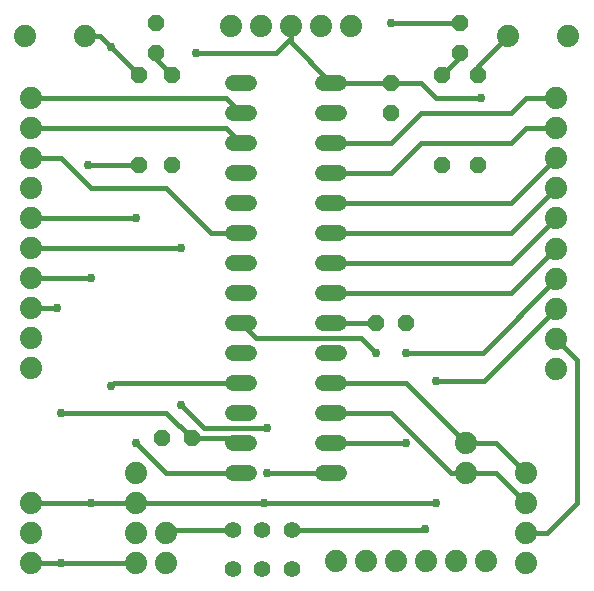
<source format=gbr>
G04 EAGLE Gerber RS-274X export*
G75*
%MOMM*%
%FSLAX34Y34*%
%LPD*%
%INTop Copper*%
%IPPOS*%
%AMOC8*
5,1,8,0,0,1.08239X$1,22.5*%
G01*
%ADD10P,1.429621X8X202.500000*%
%ADD11P,1.429621X8X22.500000*%
%ADD12P,1.429621X8X292.500000*%
%ADD13P,1.429621X8X112.500000*%
%ADD14C,1.320800*%
%ADD15C,1.879600*%
%ADD16C,1.408000*%
%ADD17C,0.406400*%
%ADD18C,0.756400*%


D10*
X161290Y130810D03*
X135890Y130810D03*
D11*
X317500Y228600D03*
X342900Y228600D03*
D12*
X330200Y431800D03*
X330200Y406400D03*
X388620Y482600D03*
X388620Y457200D03*
X130810Y482600D03*
X130810Y457200D03*
D13*
X373380Y361950D03*
X373380Y438150D03*
X144780Y361950D03*
X144780Y438150D03*
D12*
X403860Y438150D03*
X403860Y361950D03*
X116840Y438150D03*
X116840Y361950D03*
D14*
X196596Y431800D02*
X209804Y431800D01*
X209804Y406400D02*
X196596Y406400D01*
X196596Y381000D02*
X209804Y381000D01*
X209804Y355600D02*
X196596Y355600D01*
X196596Y330200D02*
X209804Y330200D01*
X209804Y304800D02*
X196596Y304800D01*
X196596Y279400D02*
X209804Y279400D01*
X209804Y254000D02*
X196596Y254000D01*
X196596Y228600D02*
X209804Y228600D01*
X209804Y203200D02*
X196596Y203200D01*
X196596Y177800D02*
X209804Y177800D01*
X209804Y152400D02*
X196596Y152400D01*
X196596Y127000D02*
X209804Y127000D01*
X209804Y101600D02*
X196596Y101600D01*
X272796Y101600D02*
X286004Y101600D01*
X286004Y127000D02*
X272796Y127000D01*
X272796Y152400D02*
X286004Y152400D01*
X286004Y177800D02*
X272796Y177800D01*
X272796Y203200D02*
X286004Y203200D01*
X286004Y228600D02*
X272796Y228600D01*
X272796Y254000D02*
X286004Y254000D01*
X286004Y279400D02*
X272796Y279400D01*
X272796Y304800D02*
X286004Y304800D01*
X286004Y330200D02*
X272796Y330200D01*
X272796Y355600D02*
X286004Y355600D01*
X286004Y381000D02*
X272796Y381000D01*
X272796Y406400D02*
X286004Y406400D01*
X286004Y431800D02*
X272796Y431800D01*
D15*
X393700Y127000D03*
X393700Y101600D03*
X469900Y419100D03*
X469900Y393700D03*
X469900Y368300D03*
X469900Y342900D03*
X469900Y317500D03*
X469900Y290830D03*
X469900Y265430D03*
X469900Y240030D03*
X469900Y214630D03*
X469900Y189230D03*
X25400Y292100D03*
X25400Y266700D03*
X25400Y241300D03*
X25400Y215900D03*
X25400Y190500D03*
X25400Y419100D03*
X25400Y393700D03*
X25400Y368300D03*
X25400Y342900D03*
X25400Y317500D03*
X25400Y76200D03*
X25400Y25400D03*
X25400Y50800D03*
X139700Y25400D03*
X139700Y50800D03*
D16*
X220980Y20330D03*
X195980Y20330D03*
X245980Y20330D03*
X246480Y53330D03*
X220980Y53330D03*
X195980Y53330D03*
D15*
X114300Y25400D03*
X114300Y50800D03*
X114300Y76200D03*
X114300Y101600D03*
X194310Y480060D03*
X219710Y480060D03*
X245110Y480060D03*
X270510Y480060D03*
X295910Y480060D03*
X410210Y26670D03*
X384810Y26670D03*
X359410Y26670D03*
X334010Y26670D03*
X308610Y26670D03*
X283210Y26670D03*
X429260Y471170D03*
X480060Y471170D03*
X71120Y471170D03*
X20320Y471170D03*
X444500Y25400D03*
X444500Y50800D03*
X444500Y76200D03*
X444500Y101600D03*
D17*
X142230Y53330D02*
X139700Y50800D01*
X142230Y53330D02*
X195980Y53330D01*
X50800Y25400D02*
X25400Y25400D01*
X50800Y25400D02*
X114300Y25400D01*
X330200Y482600D02*
X388620Y482600D01*
D18*
X330200Y482600D03*
D17*
X199390Y130810D02*
X203200Y127000D01*
X199390Y130810D02*
X161290Y130810D01*
D18*
X50800Y25400D03*
X46990Y241300D03*
D17*
X25400Y241300D01*
X279400Y431800D02*
X330200Y431800D01*
X139700Y152400D02*
X161290Y130810D01*
X139700Y152400D02*
X50800Y152400D01*
D18*
X50800Y152400D03*
D17*
X245110Y469900D02*
X245110Y480060D01*
X245110Y469900D02*
X245110Y466090D01*
X279400Y431800D01*
X245110Y469900D02*
X232410Y457200D01*
X165100Y457200D01*
X330200Y431800D02*
X355600Y431800D01*
X368300Y419100D01*
D18*
X406400Y419100D03*
D17*
X368300Y419100D01*
X469900Y214630D02*
X487808Y196722D01*
X487808Y76200D02*
X462408Y50800D01*
X444500Y50800D01*
X487808Y76200D02*
X487808Y196722D01*
D18*
X73660Y361950D03*
D17*
X116840Y361950D01*
D18*
X165100Y457200D03*
D17*
X468630Y215900D02*
X469900Y214630D01*
X359400Y53330D02*
X246480Y53330D01*
X359400Y53330D02*
X359410Y53340D01*
X358775Y53975D01*
D18*
X358775Y53975D03*
D17*
X114300Y76200D02*
X76200Y76200D01*
X114300Y76200D02*
X222250Y76200D01*
D18*
X222250Y76200D03*
D17*
X76200Y76200D02*
X25400Y76200D01*
D18*
X76200Y76200D03*
X76200Y266700D03*
D17*
X25400Y266700D01*
X222250Y76200D02*
X368300Y76200D01*
D18*
X368300Y76200D03*
X368300Y179070D03*
D17*
X408940Y179070D01*
X469900Y240030D01*
X373380Y438150D02*
X388620Y453390D01*
X388620Y457200D01*
X144780Y438150D02*
X130810Y452120D01*
X130810Y457200D01*
X279400Y228600D02*
X317500Y228600D01*
X403860Y445770D02*
X429260Y471170D01*
X403860Y445770D02*
X403860Y438150D01*
X83820Y471170D02*
X71120Y471170D01*
X83820Y471170D02*
X92710Y462280D01*
D18*
X92710Y462280D03*
D17*
X116840Y438150D01*
D18*
X92710Y175260D03*
D17*
X95250Y177800D01*
X203200Y177800D01*
X393700Y127000D02*
X419100Y127000D01*
X444500Y101600D01*
X342900Y177800D02*
X279400Y177800D01*
X342900Y177800D02*
X393700Y127000D01*
X393700Y101600D02*
X419100Y101600D01*
X444500Y76200D01*
X330200Y152400D02*
X279400Y152400D01*
X330200Y152400D02*
X381000Y101600D01*
X393700Y101600D01*
D18*
X317500Y203200D03*
D17*
X304800Y215900D01*
X215900Y215900D02*
X203200Y228600D01*
X215900Y215900D02*
X304800Y215900D01*
X355600Y406400D02*
X431800Y406400D01*
X444500Y419100D01*
X469900Y419100D01*
X330200Y381000D02*
X279400Y381000D01*
X330200Y381000D02*
X355600Y406400D01*
X330200Y355600D02*
X279400Y355600D01*
X330200Y355600D02*
X355600Y381000D01*
X431800Y381000D01*
X444500Y393700D01*
X469900Y393700D01*
X469900Y368300D02*
X431800Y330200D01*
X279400Y330200D01*
X279400Y304800D02*
X431800Y304800D01*
X469900Y342900D01*
X431800Y279400D02*
X279400Y279400D01*
X431800Y279400D02*
X469900Y317500D01*
X431800Y254000D02*
X279400Y254000D01*
X468630Y290830D02*
X469900Y290830D01*
X468630Y290830D02*
X431800Y254000D01*
X342900Y127000D02*
X279400Y127000D01*
D18*
X342900Y127000D03*
X342900Y203200D03*
D17*
X407670Y203200D02*
X469900Y265430D01*
X407670Y203200D02*
X342900Y203200D01*
X152400Y292100D02*
X25400Y292100D01*
D18*
X152400Y292100D03*
X152400Y158750D03*
D17*
X171450Y139700D01*
X224790Y139700D01*
D18*
X224790Y139700D03*
X224790Y101600D03*
D17*
X279400Y101600D01*
X203200Y101600D02*
X139700Y101600D01*
X114300Y127000D01*
D18*
X114300Y127000D03*
X114300Y317500D03*
D17*
X25400Y317500D01*
X25400Y368300D02*
X50800Y368300D01*
X76200Y342900D01*
X139700Y342900D01*
X177800Y304800D01*
X203200Y304800D01*
X190500Y393700D02*
X25400Y393700D01*
X190500Y393700D02*
X203200Y381000D01*
X190500Y419100D02*
X25400Y419100D01*
X190500Y419100D02*
X203200Y406400D01*
M02*

</source>
